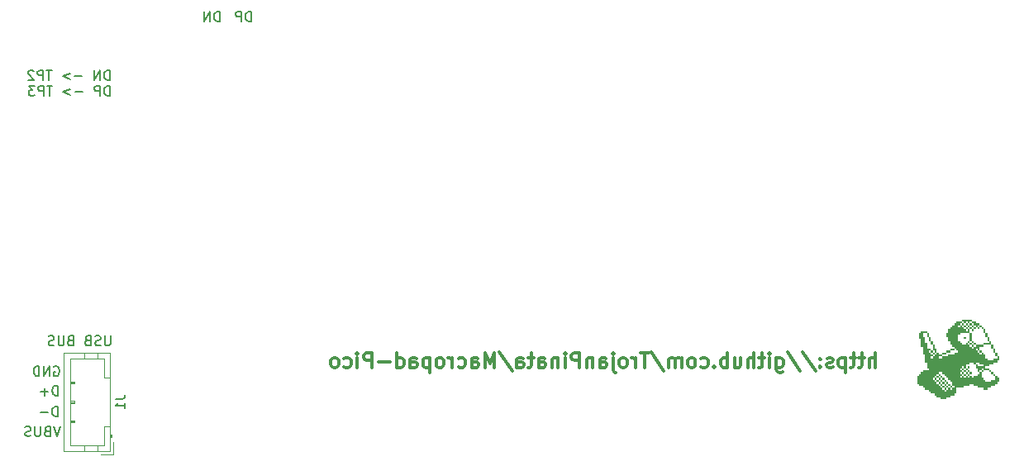
<source format=gbr>
%TF.GenerationSoftware,KiCad,Pcbnew,7.0.9*%
%TF.CreationDate,2024-08-20T09:52:59-04:00*%
%TF.ProjectId,macropad-pico,6d616372-6f70-4616-942d-7069636f2e6b,rev?*%
%TF.SameCoordinates,Original*%
%TF.FileFunction,Legend,Bot*%
%TF.FilePolarity,Positive*%
%FSLAX46Y46*%
G04 Gerber Fmt 4.6, Leading zero omitted, Abs format (unit mm)*
G04 Created by KiCad (PCBNEW 7.0.9) date 2024-08-20 09:52:59*
%MOMM*%
%LPD*%
G01*
G04 APERTURE LIST*
%ADD10C,0.150000*%
%ADD11C,0.300000*%
%ADD12C,0.120000*%
G04 APERTURE END LIST*
D10*
X127006220Y-71606819D02*
X127006220Y-72416342D01*
X127006220Y-72416342D02*
X126958601Y-72511580D01*
X126958601Y-72511580D02*
X126910982Y-72559200D01*
X126910982Y-72559200D02*
X126815744Y-72606819D01*
X126815744Y-72606819D02*
X126625268Y-72606819D01*
X126625268Y-72606819D02*
X126530030Y-72559200D01*
X126530030Y-72559200D02*
X126482411Y-72511580D01*
X126482411Y-72511580D02*
X126434792Y-72416342D01*
X126434792Y-72416342D02*
X126434792Y-71606819D01*
X126006220Y-72559200D02*
X125863363Y-72606819D01*
X125863363Y-72606819D02*
X125625268Y-72606819D01*
X125625268Y-72606819D02*
X125530030Y-72559200D01*
X125530030Y-72559200D02*
X125482411Y-72511580D01*
X125482411Y-72511580D02*
X125434792Y-72416342D01*
X125434792Y-72416342D02*
X125434792Y-72321104D01*
X125434792Y-72321104D02*
X125482411Y-72225866D01*
X125482411Y-72225866D02*
X125530030Y-72178247D01*
X125530030Y-72178247D02*
X125625268Y-72130628D01*
X125625268Y-72130628D02*
X125815744Y-72083009D01*
X125815744Y-72083009D02*
X125910982Y-72035390D01*
X125910982Y-72035390D02*
X125958601Y-71987771D01*
X125958601Y-71987771D02*
X126006220Y-71892533D01*
X126006220Y-71892533D02*
X126006220Y-71797295D01*
X126006220Y-71797295D02*
X125958601Y-71702057D01*
X125958601Y-71702057D02*
X125910982Y-71654438D01*
X125910982Y-71654438D02*
X125815744Y-71606819D01*
X125815744Y-71606819D02*
X125577649Y-71606819D01*
X125577649Y-71606819D02*
X125434792Y-71654438D01*
X124672887Y-72083009D02*
X124530030Y-72130628D01*
X124530030Y-72130628D02*
X124482411Y-72178247D01*
X124482411Y-72178247D02*
X124434792Y-72273485D01*
X124434792Y-72273485D02*
X124434792Y-72416342D01*
X124434792Y-72416342D02*
X124482411Y-72511580D01*
X124482411Y-72511580D02*
X124530030Y-72559200D01*
X124530030Y-72559200D02*
X124625268Y-72606819D01*
X124625268Y-72606819D02*
X125006220Y-72606819D01*
X125006220Y-72606819D02*
X125006220Y-71606819D01*
X125006220Y-71606819D02*
X124672887Y-71606819D01*
X124672887Y-71606819D02*
X124577649Y-71654438D01*
X124577649Y-71654438D02*
X124530030Y-71702057D01*
X124530030Y-71702057D02*
X124482411Y-71797295D01*
X124482411Y-71797295D02*
X124482411Y-71892533D01*
X124482411Y-71892533D02*
X124530030Y-71987771D01*
X124530030Y-71987771D02*
X124577649Y-72035390D01*
X124577649Y-72035390D02*
X124672887Y-72083009D01*
X124672887Y-72083009D02*
X125006220Y-72083009D01*
X122910982Y-72083009D02*
X122768125Y-72130628D01*
X122768125Y-72130628D02*
X122720506Y-72178247D01*
X122720506Y-72178247D02*
X122672887Y-72273485D01*
X122672887Y-72273485D02*
X122672887Y-72416342D01*
X122672887Y-72416342D02*
X122720506Y-72511580D01*
X122720506Y-72511580D02*
X122768125Y-72559200D01*
X122768125Y-72559200D02*
X122863363Y-72606819D01*
X122863363Y-72606819D02*
X123244315Y-72606819D01*
X123244315Y-72606819D02*
X123244315Y-71606819D01*
X123244315Y-71606819D02*
X122910982Y-71606819D01*
X122910982Y-71606819D02*
X122815744Y-71654438D01*
X122815744Y-71654438D02*
X122768125Y-71702057D01*
X122768125Y-71702057D02*
X122720506Y-71797295D01*
X122720506Y-71797295D02*
X122720506Y-71892533D01*
X122720506Y-71892533D02*
X122768125Y-71987771D01*
X122768125Y-71987771D02*
X122815744Y-72035390D01*
X122815744Y-72035390D02*
X122910982Y-72083009D01*
X122910982Y-72083009D02*
X123244315Y-72083009D01*
X122244315Y-71606819D02*
X122244315Y-72416342D01*
X122244315Y-72416342D02*
X122196696Y-72511580D01*
X122196696Y-72511580D02*
X122149077Y-72559200D01*
X122149077Y-72559200D02*
X122053839Y-72606819D01*
X122053839Y-72606819D02*
X121863363Y-72606819D01*
X121863363Y-72606819D02*
X121768125Y-72559200D01*
X121768125Y-72559200D02*
X121720506Y-72511580D01*
X121720506Y-72511580D02*
X121672887Y-72416342D01*
X121672887Y-72416342D02*
X121672887Y-71606819D01*
X121244315Y-72559200D02*
X121101458Y-72606819D01*
X121101458Y-72606819D02*
X120863363Y-72606819D01*
X120863363Y-72606819D02*
X120768125Y-72559200D01*
X120768125Y-72559200D02*
X120720506Y-72511580D01*
X120720506Y-72511580D02*
X120672887Y-72416342D01*
X120672887Y-72416342D02*
X120672887Y-72321104D01*
X120672887Y-72321104D02*
X120720506Y-72225866D01*
X120720506Y-72225866D02*
X120768125Y-72178247D01*
X120768125Y-72178247D02*
X120863363Y-72130628D01*
X120863363Y-72130628D02*
X121053839Y-72083009D01*
X121053839Y-72083009D02*
X121149077Y-72035390D01*
X121149077Y-72035390D02*
X121196696Y-71987771D01*
X121196696Y-71987771D02*
X121244315Y-71892533D01*
X121244315Y-71892533D02*
X121244315Y-71797295D01*
X121244315Y-71797295D02*
X121196696Y-71702057D01*
X121196696Y-71702057D02*
X121149077Y-71654438D01*
X121149077Y-71654438D02*
X121053839Y-71606819D01*
X121053839Y-71606819D02*
X120815744Y-71606819D01*
X120815744Y-71606819D02*
X120672887Y-71654438D01*
X141401220Y-39398819D02*
X141401220Y-38398819D01*
X141401220Y-38398819D02*
X141163125Y-38398819D01*
X141163125Y-38398819D02*
X141020268Y-38446438D01*
X141020268Y-38446438D02*
X140925030Y-38541676D01*
X140925030Y-38541676D02*
X140877411Y-38636914D01*
X140877411Y-38636914D02*
X140829792Y-38827390D01*
X140829792Y-38827390D02*
X140829792Y-38970247D01*
X140829792Y-38970247D02*
X140877411Y-39160723D01*
X140877411Y-39160723D02*
X140925030Y-39255961D01*
X140925030Y-39255961D02*
X141020268Y-39351200D01*
X141020268Y-39351200D02*
X141163125Y-39398819D01*
X141163125Y-39398819D02*
X141401220Y-39398819D01*
X140401220Y-39398819D02*
X140401220Y-38398819D01*
X140401220Y-38398819D02*
X140020268Y-38398819D01*
X140020268Y-38398819D02*
X139925030Y-38446438D01*
X139925030Y-38446438D02*
X139877411Y-38494057D01*
X139877411Y-38494057D02*
X139829792Y-38589295D01*
X139829792Y-38589295D02*
X139829792Y-38732152D01*
X139829792Y-38732152D02*
X139877411Y-38827390D01*
X139877411Y-38827390D02*
X139925030Y-38875009D01*
X139925030Y-38875009D02*
X140020268Y-38922628D01*
X140020268Y-38922628D02*
X140401220Y-38922628D01*
X121225411Y-74794438D02*
X121320649Y-74746819D01*
X121320649Y-74746819D02*
X121463506Y-74746819D01*
X121463506Y-74746819D02*
X121606363Y-74794438D01*
X121606363Y-74794438D02*
X121701601Y-74889676D01*
X121701601Y-74889676D02*
X121749220Y-74984914D01*
X121749220Y-74984914D02*
X121796839Y-75175390D01*
X121796839Y-75175390D02*
X121796839Y-75318247D01*
X121796839Y-75318247D02*
X121749220Y-75508723D01*
X121749220Y-75508723D02*
X121701601Y-75603961D01*
X121701601Y-75603961D02*
X121606363Y-75699200D01*
X121606363Y-75699200D02*
X121463506Y-75746819D01*
X121463506Y-75746819D02*
X121368268Y-75746819D01*
X121368268Y-75746819D02*
X121225411Y-75699200D01*
X121225411Y-75699200D02*
X121177792Y-75651580D01*
X121177792Y-75651580D02*
X121177792Y-75318247D01*
X121177792Y-75318247D02*
X121368268Y-75318247D01*
X120749220Y-75746819D02*
X120749220Y-74746819D01*
X120749220Y-74746819D02*
X120177792Y-75746819D01*
X120177792Y-75746819D02*
X120177792Y-74746819D01*
X119701601Y-75746819D02*
X119701601Y-74746819D01*
X119701601Y-74746819D02*
X119463506Y-74746819D01*
X119463506Y-74746819D02*
X119320649Y-74794438D01*
X119320649Y-74794438D02*
X119225411Y-74889676D01*
X119225411Y-74889676D02*
X119177792Y-74984914D01*
X119177792Y-74984914D02*
X119130173Y-75175390D01*
X119130173Y-75175390D02*
X119130173Y-75318247D01*
X119130173Y-75318247D02*
X119177792Y-75508723D01*
X119177792Y-75508723D02*
X119225411Y-75603961D01*
X119225411Y-75603961D02*
X119320649Y-75699200D01*
X119320649Y-75699200D02*
X119463506Y-75746819D01*
X119463506Y-75746819D02*
X119701601Y-75746819D01*
D11*
X205371489Y-74857828D02*
X205371489Y-73357828D01*
X204728632Y-74857828D02*
X204728632Y-74072114D01*
X204728632Y-74072114D02*
X204800060Y-73929257D01*
X204800060Y-73929257D02*
X204942917Y-73857828D01*
X204942917Y-73857828D02*
X205157203Y-73857828D01*
X205157203Y-73857828D02*
X205300060Y-73929257D01*
X205300060Y-73929257D02*
X205371489Y-74000685D01*
X204228631Y-73857828D02*
X203657203Y-73857828D01*
X204014346Y-73357828D02*
X204014346Y-74643542D01*
X204014346Y-74643542D02*
X203942917Y-74786400D01*
X203942917Y-74786400D02*
X203800060Y-74857828D01*
X203800060Y-74857828D02*
X203657203Y-74857828D01*
X203371488Y-73857828D02*
X202800060Y-73857828D01*
X203157203Y-73357828D02*
X203157203Y-74643542D01*
X203157203Y-74643542D02*
X203085774Y-74786400D01*
X203085774Y-74786400D02*
X202942917Y-74857828D01*
X202942917Y-74857828D02*
X202800060Y-74857828D01*
X202300060Y-73857828D02*
X202300060Y-75357828D01*
X202300060Y-73929257D02*
X202157203Y-73857828D01*
X202157203Y-73857828D02*
X201871488Y-73857828D01*
X201871488Y-73857828D02*
X201728631Y-73929257D01*
X201728631Y-73929257D02*
X201657203Y-74000685D01*
X201657203Y-74000685D02*
X201585774Y-74143542D01*
X201585774Y-74143542D02*
X201585774Y-74572114D01*
X201585774Y-74572114D02*
X201657203Y-74714971D01*
X201657203Y-74714971D02*
X201728631Y-74786400D01*
X201728631Y-74786400D02*
X201871488Y-74857828D01*
X201871488Y-74857828D02*
X202157203Y-74857828D01*
X202157203Y-74857828D02*
X202300060Y-74786400D01*
X201014345Y-74786400D02*
X200871488Y-74857828D01*
X200871488Y-74857828D02*
X200585774Y-74857828D01*
X200585774Y-74857828D02*
X200442917Y-74786400D01*
X200442917Y-74786400D02*
X200371488Y-74643542D01*
X200371488Y-74643542D02*
X200371488Y-74572114D01*
X200371488Y-74572114D02*
X200442917Y-74429257D01*
X200442917Y-74429257D02*
X200585774Y-74357828D01*
X200585774Y-74357828D02*
X200800060Y-74357828D01*
X200800060Y-74357828D02*
X200942917Y-74286400D01*
X200942917Y-74286400D02*
X201014345Y-74143542D01*
X201014345Y-74143542D02*
X201014345Y-74072114D01*
X201014345Y-74072114D02*
X200942917Y-73929257D01*
X200942917Y-73929257D02*
X200800060Y-73857828D01*
X200800060Y-73857828D02*
X200585774Y-73857828D01*
X200585774Y-73857828D02*
X200442917Y-73929257D01*
X199728631Y-74714971D02*
X199657202Y-74786400D01*
X199657202Y-74786400D02*
X199728631Y-74857828D01*
X199728631Y-74857828D02*
X199800059Y-74786400D01*
X199800059Y-74786400D02*
X199728631Y-74714971D01*
X199728631Y-74714971D02*
X199728631Y-74857828D01*
X199728631Y-73929257D02*
X199657202Y-74000685D01*
X199657202Y-74000685D02*
X199728631Y-74072114D01*
X199728631Y-74072114D02*
X199800059Y-74000685D01*
X199800059Y-74000685D02*
X199728631Y-73929257D01*
X199728631Y-73929257D02*
X199728631Y-74072114D01*
X197942916Y-73286400D02*
X199228630Y-75214971D01*
X196371487Y-73286400D02*
X197657201Y-75214971D01*
X195228630Y-73857828D02*
X195228630Y-75072114D01*
X195228630Y-75072114D02*
X195300058Y-75214971D01*
X195300058Y-75214971D02*
X195371487Y-75286400D01*
X195371487Y-75286400D02*
X195514344Y-75357828D01*
X195514344Y-75357828D02*
X195728630Y-75357828D01*
X195728630Y-75357828D02*
X195871487Y-75286400D01*
X195228630Y-74786400D02*
X195371487Y-74857828D01*
X195371487Y-74857828D02*
X195657201Y-74857828D01*
X195657201Y-74857828D02*
X195800058Y-74786400D01*
X195800058Y-74786400D02*
X195871487Y-74714971D01*
X195871487Y-74714971D02*
X195942915Y-74572114D01*
X195942915Y-74572114D02*
X195942915Y-74143542D01*
X195942915Y-74143542D02*
X195871487Y-74000685D01*
X195871487Y-74000685D02*
X195800058Y-73929257D01*
X195800058Y-73929257D02*
X195657201Y-73857828D01*
X195657201Y-73857828D02*
X195371487Y-73857828D01*
X195371487Y-73857828D02*
X195228630Y-73929257D01*
X194514344Y-74857828D02*
X194514344Y-73857828D01*
X194514344Y-73357828D02*
X194585772Y-73429257D01*
X194585772Y-73429257D02*
X194514344Y-73500685D01*
X194514344Y-73500685D02*
X194442915Y-73429257D01*
X194442915Y-73429257D02*
X194514344Y-73357828D01*
X194514344Y-73357828D02*
X194514344Y-73500685D01*
X194014343Y-73857828D02*
X193442915Y-73857828D01*
X193800058Y-73357828D02*
X193800058Y-74643542D01*
X193800058Y-74643542D02*
X193728629Y-74786400D01*
X193728629Y-74786400D02*
X193585772Y-74857828D01*
X193585772Y-74857828D02*
X193442915Y-74857828D01*
X192942915Y-74857828D02*
X192942915Y-73357828D01*
X192300058Y-74857828D02*
X192300058Y-74072114D01*
X192300058Y-74072114D02*
X192371486Y-73929257D01*
X192371486Y-73929257D02*
X192514343Y-73857828D01*
X192514343Y-73857828D02*
X192728629Y-73857828D01*
X192728629Y-73857828D02*
X192871486Y-73929257D01*
X192871486Y-73929257D02*
X192942915Y-74000685D01*
X190942915Y-73857828D02*
X190942915Y-74857828D01*
X191585772Y-73857828D02*
X191585772Y-74643542D01*
X191585772Y-74643542D02*
X191514343Y-74786400D01*
X191514343Y-74786400D02*
X191371486Y-74857828D01*
X191371486Y-74857828D02*
X191157200Y-74857828D01*
X191157200Y-74857828D02*
X191014343Y-74786400D01*
X191014343Y-74786400D02*
X190942915Y-74714971D01*
X190228629Y-74857828D02*
X190228629Y-73357828D01*
X190228629Y-73929257D02*
X190085772Y-73857828D01*
X190085772Y-73857828D02*
X189800057Y-73857828D01*
X189800057Y-73857828D02*
X189657200Y-73929257D01*
X189657200Y-73929257D02*
X189585772Y-74000685D01*
X189585772Y-74000685D02*
X189514343Y-74143542D01*
X189514343Y-74143542D02*
X189514343Y-74572114D01*
X189514343Y-74572114D02*
X189585772Y-74714971D01*
X189585772Y-74714971D02*
X189657200Y-74786400D01*
X189657200Y-74786400D02*
X189800057Y-74857828D01*
X189800057Y-74857828D02*
X190085772Y-74857828D01*
X190085772Y-74857828D02*
X190228629Y-74786400D01*
X188871486Y-74714971D02*
X188800057Y-74786400D01*
X188800057Y-74786400D02*
X188871486Y-74857828D01*
X188871486Y-74857828D02*
X188942914Y-74786400D01*
X188942914Y-74786400D02*
X188871486Y-74714971D01*
X188871486Y-74714971D02*
X188871486Y-74857828D01*
X187514343Y-74786400D02*
X187657200Y-74857828D01*
X187657200Y-74857828D02*
X187942914Y-74857828D01*
X187942914Y-74857828D02*
X188085771Y-74786400D01*
X188085771Y-74786400D02*
X188157200Y-74714971D01*
X188157200Y-74714971D02*
X188228628Y-74572114D01*
X188228628Y-74572114D02*
X188228628Y-74143542D01*
X188228628Y-74143542D02*
X188157200Y-74000685D01*
X188157200Y-74000685D02*
X188085771Y-73929257D01*
X188085771Y-73929257D02*
X187942914Y-73857828D01*
X187942914Y-73857828D02*
X187657200Y-73857828D01*
X187657200Y-73857828D02*
X187514343Y-73929257D01*
X186657200Y-74857828D02*
X186800057Y-74786400D01*
X186800057Y-74786400D02*
X186871486Y-74714971D01*
X186871486Y-74714971D02*
X186942914Y-74572114D01*
X186942914Y-74572114D02*
X186942914Y-74143542D01*
X186942914Y-74143542D02*
X186871486Y-74000685D01*
X186871486Y-74000685D02*
X186800057Y-73929257D01*
X186800057Y-73929257D02*
X186657200Y-73857828D01*
X186657200Y-73857828D02*
X186442914Y-73857828D01*
X186442914Y-73857828D02*
X186300057Y-73929257D01*
X186300057Y-73929257D02*
X186228629Y-74000685D01*
X186228629Y-74000685D02*
X186157200Y-74143542D01*
X186157200Y-74143542D02*
X186157200Y-74572114D01*
X186157200Y-74572114D02*
X186228629Y-74714971D01*
X186228629Y-74714971D02*
X186300057Y-74786400D01*
X186300057Y-74786400D02*
X186442914Y-74857828D01*
X186442914Y-74857828D02*
X186657200Y-74857828D01*
X185514343Y-74857828D02*
X185514343Y-73857828D01*
X185514343Y-74000685D02*
X185442914Y-73929257D01*
X185442914Y-73929257D02*
X185300057Y-73857828D01*
X185300057Y-73857828D02*
X185085771Y-73857828D01*
X185085771Y-73857828D02*
X184942914Y-73929257D01*
X184942914Y-73929257D02*
X184871486Y-74072114D01*
X184871486Y-74072114D02*
X184871486Y-74857828D01*
X184871486Y-74072114D02*
X184800057Y-73929257D01*
X184800057Y-73929257D02*
X184657200Y-73857828D01*
X184657200Y-73857828D02*
X184442914Y-73857828D01*
X184442914Y-73857828D02*
X184300057Y-73929257D01*
X184300057Y-73929257D02*
X184228628Y-74072114D01*
X184228628Y-74072114D02*
X184228628Y-74857828D01*
X182442914Y-73286400D02*
X183728628Y-75214971D01*
X182157199Y-73357828D02*
X181300057Y-73357828D01*
X181728628Y-74857828D02*
X181728628Y-73357828D01*
X180800057Y-74857828D02*
X180800057Y-73857828D01*
X180800057Y-74143542D02*
X180728628Y-74000685D01*
X180728628Y-74000685D02*
X180657200Y-73929257D01*
X180657200Y-73929257D02*
X180514342Y-73857828D01*
X180514342Y-73857828D02*
X180371485Y-73857828D01*
X179657200Y-74857828D02*
X179800057Y-74786400D01*
X179800057Y-74786400D02*
X179871486Y-74714971D01*
X179871486Y-74714971D02*
X179942914Y-74572114D01*
X179942914Y-74572114D02*
X179942914Y-74143542D01*
X179942914Y-74143542D02*
X179871486Y-74000685D01*
X179871486Y-74000685D02*
X179800057Y-73929257D01*
X179800057Y-73929257D02*
X179657200Y-73857828D01*
X179657200Y-73857828D02*
X179442914Y-73857828D01*
X179442914Y-73857828D02*
X179300057Y-73929257D01*
X179300057Y-73929257D02*
X179228629Y-74000685D01*
X179228629Y-74000685D02*
X179157200Y-74143542D01*
X179157200Y-74143542D02*
X179157200Y-74572114D01*
X179157200Y-74572114D02*
X179228629Y-74714971D01*
X179228629Y-74714971D02*
X179300057Y-74786400D01*
X179300057Y-74786400D02*
X179442914Y-74857828D01*
X179442914Y-74857828D02*
X179657200Y-74857828D01*
X178514343Y-73857828D02*
X178514343Y-75143542D01*
X178514343Y-75143542D02*
X178585771Y-75286400D01*
X178585771Y-75286400D02*
X178728628Y-75357828D01*
X178728628Y-75357828D02*
X178800057Y-75357828D01*
X178514343Y-73357828D02*
X178585771Y-73429257D01*
X178585771Y-73429257D02*
X178514343Y-73500685D01*
X178514343Y-73500685D02*
X178442914Y-73429257D01*
X178442914Y-73429257D02*
X178514343Y-73357828D01*
X178514343Y-73357828D02*
X178514343Y-73500685D01*
X177157200Y-74857828D02*
X177157200Y-74072114D01*
X177157200Y-74072114D02*
X177228628Y-73929257D01*
X177228628Y-73929257D02*
X177371485Y-73857828D01*
X177371485Y-73857828D02*
X177657200Y-73857828D01*
X177657200Y-73857828D02*
X177800057Y-73929257D01*
X177157200Y-74786400D02*
X177300057Y-74857828D01*
X177300057Y-74857828D02*
X177657200Y-74857828D01*
X177657200Y-74857828D02*
X177800057Y-74786400D01*
X177800057Y-74786400D02*
X177871485Y-74643542D01*
X177871485Y-74643542D02*
X177871485Y-74500685D01*
X177871485Y-74500685D02*
X177800057Y-74357828D01*
X177800057Y-74357828D02*
X177657200Y-74286400D01*
X177657200Y-74286400D02*
X177300057Y-74286400D01*
X177300057Y-74286400D02*
X177157200Y-74214971D01*
X176442914Y-73857828D02*
X176442914Y-74857828D01*
X176442914Y-74000685D02*
X176371485Y-73929257D01*
X176371485Y-73929257D02*
X176228628Y-73857828D01*
X176228628Y-73857828D02*
X176014342Y-73857828D01*
X176014342Y-73857828D02*
X175871485Y-73929257D01*
X175871485Y-73929257D02*
X175800057Y-74072114D01*
X175800057Y-74072114D02*
X175800057Y-74857828D01*
X175085771Y-74857828D02*
X175085771Y-73357828D01*
X175085771Y-73357828D02*
X174514342Y-73357828D01*
X174514342Y-73357828D02*
X174371485Y-73429257D01*
X174371485Y-73429257D02*
X174300056Y-73500685D01*
X174300056Y-73500685D02*
X174228628Y-73643542D01*
X174228628Y-73643542D02*
X174228628Y-73857828D01*
X174228628Y-73857828D02*
X174300056Y-74000685D01*
X174300056Y-74000685D02*
X174371485Y-74072114D01*
X174371485Y-74072114D02*
X174514342Y-74143542D01*
X174514342Y-74143542D02*
X175085771Y-74143542D01*
X173585771Y-74857828D02*
X173585771Y-73857828D01*
X173585771Y-73357828D02*
X173657199Y-73429257D01*
X173657199Y-73429257D02*
X173585771Y-73500685D01*
X173585771Y-73500685D02*
X173514342Y-73429257D01*
X173514342Y-73429257D02*
X173585771Y-73357828D01*
X173585771Y-73357828D02*
X173585771Y-73500685D01*
X172871485Y-73857828D02*
X172871485Y-74857828D01*
X172871485Y-74000685D02*
X172800056Y-73929257D01*
X172800056Y-73929257D02*
X172657199Y-73857828D01*
X172657199Y-73857828D02*
X172442913Y-73857828D01*
X172442913Y-73857828D02*
X172300056Y-73929257D01*
X172300056Y-73929257D02*
X172228628Y-74072114D01*
X172228628Y-74072114D02*
X172228628Y-74857828D01*
X170871485Y-74857828D02*
X170871485Y-74072114D01*
X170871485Y-74072114D02*
X170942913Y-73929257D01*
X170942913Y-73929257D02*
X171085770Y-73857828D01*
X171085770Y-73857828D02*
X171371485Y-73857828D01*
X171371485Y-73857828D02*
X171514342Y-73929257D01*
X170871485Y-74786400D02*
X171014342Y-74857828D01*
X171014342Y-74857828D02*
X171371485Y-74857828D01*
X171371485Y-74857828D02*
X171514342Y-74786400D01*
X171514342Y-74786400D02*
X171585770Y-74643542D01*
X171585770Y-74643542D02*
X171585770Y-74500685D01*
X171585770Y-74500685D02*
X171514342Y-74357828D01*
X171514342Y-74357828D02*
X171371485Y-74286400D01*
X171371485Y-74286400D02*
X171014342Y-74286400D01*
X171014342Y-74286400D02*
X170871485Y-74214971D01*
X170371484Y-73857828D02*
X169800056Y-73857828D01*
X170157199Y-73357828D02*
X170157199Y-74643542D01*
X170157199Y-74643542D02*
X170085770Y-74786400D01*
X170085770Y-74786400D02*
X169942913Y-74857828D01*
X169942913Y-74857828D02*
X169800056Y-74857828D01*
X168657199Y-74857828D02*
X168657199Y-74072114D01*
X168657199Y-74072114D02*
X168728627Y-73929257D01*
X168728627Y-73929257D02*
X168871484Y-73857828D01*
X168871484Y-73857828D02*
X169157199Y-73857828D01*
X169157199Y-73857828D02*
X169300056Y-73929257D01*
X168657199Y-74786400D02*
X168800056Y-74857828D01*
X168800056Y-74857828D02*
X169157199Y-74857828D01*
X169157199Y-74857828D02*
X169300056Y-74786400D01*
X169300056Y-74786400D02*
X169371484Y-74643542D01*
X169371484Y-74643542D02*
X169371484Y-74500685D01*
X169371484Y-74500685D02*
X169300056Y-74357828D01*
X169300056Y-74357828D02*
X169157199Y-74286400D01*
X169157199Y-74286400D02*
X168800056Y-74286400D01*
X168800056Y-74286400D02*
X168657199Y-74214971D01*
X166871484Y-73286400D02*
X168157198Y-75214971D01*
X166371484Y-74857828D02*
X166371484Y-73357828D01*
X166371484Y-73357828D02*
X165871484Y-74429257D01*
X165871484Y-74429257D02*
X165371484Y-73357828D01*
X165371484Y-73357828D02*
X165371484Y-74857828D01*
X164014341Y-74857828D02*
X164014341Y-74072114D01*
X164014341Y-74072114D02*
X164085769Y-73929257D01*
X164085769Y-73929257D02*
X164228626Y-73857828D01*
X164228626Y-73857828D02*
X164514341Y-73857828D01*
X164514341Y-73857828D02*
X164657198Y-73929257D01*
X164014341Y-74786400D02*
X164157198Y-74857828D01*
X164157198Y-74857828D02*
X164514341Y-74857828D01*
X164514341Y-74857828D02*
X164657198Y-74786400D01*
X164657198Y-74786400D02*
X164728626Y-74643542D01*
X164728626Y-74643542D02*
X164728626Y-74500685D01*
X164728626Y-74500685D02*
X164657198Y-74357828D01*
X164657198Y-74357828D02*
X164514341Y-74286400D01*
X164514341Y-74286400D02*
X164157198Y-74286400D01*
X164157198Y-74286400D02*
X164014341Y-74214971D01*
X162657198Y-74786400D02*
X162800055Y-74857828D01*
X162800055Y-74857828D02*
X163085769Y-74857828D01*
X163085769Y-74857828D02*
X163228626Y-74786400D01*
X163228626Y-74786400D02*
X163300055Y-74714971D01*
X163300055Y-74714971D02*
X163371483Y-74572114D01*
X163371483Y-74572114D02*
X163371483Y-74143542D01*
X163371483Y-74143542D02*
X163300055Y-74000685D01*
X163300055Y-74000685D02*
X163228626Y-73929257D01*
X163228626Y-73929257D02*
X163085769Y-73857828D01*
X163085769Y-73857828D02*
X162800055Y-73857828D01*
X162800055Y-73857828D02*
X162657198Y-73929257D01*
X162014341Y-74857828D02*
X162014341Y-73857828D01*
X162014341Y-74143542D02*
X161942912Y-74000685D01*
X161942912Y-74000685D02*
X161871484Y-73929257D01*
X161871484Y-73929257D02*
X161728626Y-73857828D01*
X161728626Y-73857828D02*
X161585769Y-73857828D01*
X160871484Y-74857828D02*
X161014341Y-74786400D01*
X161014341Y-74786400D02*
X161085770Y-74714971D01*
X161085770Y-74714971D02*
X161157198Y-74572114D01*
X161157198Y-74572114D02*
X161157198Y-74143542D01*
X161157198Y-74143542D02*
X161085770Y-74000685D01*
X161085770Y-74000685D02*
X161014341Y-73929257D01*
X161014341Y-73929257D02*
X160871484Y-73857828D01*
X160871484Y-73857828D02*
X160657198Y-73857828D01*
X160657198Y-73857828D02*
X160514341Y-73929257D01*
X160514341Y-73929257D02*
X160442913Y-74000685D01*
X160442913Y-74000685D02*
X160371484Y-74143542D01*
X160371484Y-74143542D02*
X160371484Y-74572114D01*
X160371484Y-74572114D02*
X160442913Y-74714971D01*
X160442913Y-74714971D02*
X160514341Y-74786400D01*
X160514341Y-74786400D02*
X160657198Y-74857828D01*
X160657198Y-74857828D02*
X160871484Y-74857828D01*
X159728627Y-73857828D02*
X159728627Y-75357828D01*
X159728627Y-73929257D02*
X159585770Y-73857828D01*
X159585770Y-73857828D02*
X159300055Y-73857828D01*
X159300055Y-73857828D02*
X159157198Y-73929257D01*
X159157198Y-73929257D02*
X159085770Y-74000685D01*
X159085770Y-74000685D02*
X159014341Y-74143542D01*
X159014341Y-74143542D02*
X159014341Y-74572114D01*
X159014341Y-74572114D02*
X159085770Y-74714971D01*
X159085770Y-74714971D02*
X159157198Y-74786400D01*
X159157198Y-74786400D02*
X159300055Y-74857828D01*
X159300055Y-74857828D02*
X159585770Y-74857828D01*
X159585770Y-74857828D02*
X159728627Y-74786400D01*
X157728627Y-74857828D02*
X157728627Y-74072114D01*
X157728627Y-74072114D02*
X157800055Y-73929257D01*
X157800055Y-73929257D02*
X157942912Y-73857828D01*
X157942912Y-73857828D02*
X158228627Y-73857828D01*
X158228627Y-73857828D02*
X158371484Y-73929257D01*
X157728627Y-74786400D02*
X157871484Y-74857828D01*
X157871484Y-74857828D02*
X158228627Y-74857828D01*
X158228627Y-74857828D02*
X158371484Y-74786400D01*
X158371484Y-74786400D02*
X158442912Y-74643542D01*
X158442912Y-74643542D02*
X158442912Y-74500685D01*
X158442912Y-74500685D02*
X158371484Y-74357828D01*
X158371484Y-74357828D02*
X158228627Y-74286400D01*
X158228627Y-74286400D02*
X157871484Y-74286400D01*
X157871484Y-74286400D02*
X157728627Y-74214971D01*
X156371484Y-74857828D02*
X156371484Y-73357828D01*
X156371484Y-74786400D02*
X156514341Y-74857828D01*
X156514341Y-74857828D02*
X156800055Y-74857828D01*
X156800055Y-74857828D02*
X156942912Y-74786400D01*
X156942912Y-74786400D02*
X157014341Y-74714971D01*
X157014341Y-74714971D02*
X157085769Y-74572114D01*
X157085769Y-74572114D02*
X157085769Y-74143542D01*
X157085769Y-74143542D02*
X157014341Y-74000685D01*
X157014341Y-74000685D02*
X156942912Y-73929257D01*
X156942912Y-73929257D02*
X156800055Y-73857828D01*
X156800055Y-73857828D02*
X156514341Y-73857828D01*
X156514341Y-73857828D02*
X156371484Y-73929257D01*
X155657198Y-74286400D02*
X154514341Y-74286400D01*
X153800055Y-74857828D02*
X153800055Y-73357828D01*
X153800055Y-73357828D02*
X153228626Y-73357828D01*
X153228626Y-73357828D02*
X153085769Y-73429257D01*
X153085769Y-73429257D02*
X153014340Y-73500685D01*
X153014340Y-73500685D02*
X152942912Y-73643542D01*
X152942912Y-73643542D02*
X152942912Y-73857828D01*
X152942912Y-73857828D02*
X153014340Y-74000685D01*
X153014340Y-74000685D02*
X153085769Y-74072114D01*
X153085769Y-74072114D02*
X153228626Y-74143542D01*
X153228626Y-74143542D02*
X153800055Y-74143542D01*
X152300055Y-74857828D02*
X152300055Y-73857828D01*
X152300055Y-73357828D02*
X152371483Y-73429257D01*
X152371483Y-73429257D02*
X152300055Y-73500685D01*
X152300055Y-73500685D02*
X152228626Y-73429257D01*
X152228626Y-73429257D02*
X152300055Y-73357828D01*
X152300055Y-73357828D02*
X152300055Y-73500685D01*
X150942912Y-74786400D02*
X151085769Y-74857828D01*
X151085769Y-74857828D02*
X151371483Y-74857828D01*
X151371483Y-74857828D02*
X151514340Y-74786400D01*
X151514340Y-74786400D02*
X151585769Y-74714971D01*
X151585769Y-74714971D02*
X151657197Y-74572114D01*
X151657197Y-74572114D02*
X151657197Y-74143542D01*
X151657197Y-74143542D02*
X151585769Y-74000685D01*
X151585769Y-74000685D02*
X151514340Y-73929257D01*
X151514340Y-73929257D02*
X151371483Y-73857828D01*
X151371483Y-73857828D02*
X151085769Y-73857828D01*
X151085769Y-73857828D02*
X150942912Y-73929257D01*
X150085769Y-74857828D02*
X150228626Y-74786400D01*
X150228626Y-74786400D02*
X150300055Y-74714971D01*
X150300055Y-74714971D02*
X150371483Y-74572114D01*
X150371483Y-74572114D02*
X150371483Y-74143542D01*
X150371483Y-74143542D02*
X150300055Y-74000685D01*
X150300055Y-74000685D02*
X150228626Y-73929257D01*
X150228626Y-73929257D02*
X150085769Y-73857828D01*
X150085769Y-73857828D02*
X149871483Y-73857828D01*
X149871483Y-73857828D02*
X149728626Y-73929257D01*
X149728626Y-73929257D02*
X149657198Y-74000685D01*
X149657198Y-74000685D02*
X149585769Y-74143542D01*
X149585769Y-74143542D02*
X149585769Y-74572114D01*
X149585769Y-74572114D02*
X149657198Y-74714971D01*
X149657198Y-74714971D02*
X149728626Y-74786400D01*
X149728626Y-74786400D02*
X149871483Y-74857828D01*
X149871483Y-74857828D02*
X150085769Y-74857828D01*
D10*
X138191220Y-39398819D02*
X138191220Y-38398819D01*
X138191220Y-38398819D02*
X137953125Y-38398819D01*
X137953125Y-38398819D02*
X137810268Y-38446438D01*
X137810268Y-38446438D02*
X137715030Y-38541676D01*
X137715030Y-38541676D02*
X137667411Y-38636914D01*
X137667411Y-38636914D02*
X137619792Y-38827390D01*
X137619792Y-38827390D02*
X137619792Y-38970247D01*
X137619792Y-38970247D02*
X137667411Y-39160723D01*
X137667411Y-39160723D02*
X137715030Y-39255961D01*
X137715030Y-39255961D02*
X137810268Y-39351200D01*
X137810268Y-39351200D02*
X137953125Y-39398819D01*
X137953125Y-39398819D02*
X138191220Y-39398819D01*
X137191220Y-39398819D02*
X137191220Y-38398819D01*
X137191220Y-38398819D02*
X136619792Y-39398819D01*
X136619792Y-39398819D02*
X136619792Y-38398819D01*
X126927220Y-45417819D02*
X126927220Y-44417819D01*
X126927220Y-44417819D02*
X126689125Y-44417819D01*
X126689125Y-44417819D02*
X126546268Y-44465438D01*
X126546268Y-44465438D02*
X126451030Y-44560676D01*
X126451030Y-44560676D02*
X126403411Y-44655914D01*
X126403411Y-44655914D02*
X126355792Y-44846390D01*
X126355792Y-44846390D02*
X126355792Y-44989247D01*
X126355792Y-44989247D02*
X126403411Y-45179723D01*
X126403411Y-45179723D02*
X126451030Y-45274961D01*
X126451030Y-45274961D02*
X126546268Y-45370200D01*
X126546268Y-45370200D02*
X126689125Y-45417819D01*
X126689125Y-45417819D02*
X126927220Y-45417819D01*
X125927220Y-45417819D02*
X125927220Y-44417819D01*
X125927220Y-44417819D02*
X125355792Y-45417819D01*
X125355792Y-45417819D02*
X125355792Y-44417819D01*
X124117696Y-45036866D02*
X123355792Y-45036866D01*
X122879601Y-44751152D02*
X122117697Y-45036866D01*
X122117697Y-45036866D02*
X122879601Y-45322580D01*
X121022458Y-44417819D02*
X120451030Y-44417819D01*
X120736744Y-45417819D02*
X120736744Y-44417819D01*
X120117696Y-45417819D02*
X120117696Y-44417819D01*
X120117696Y-44417819D02*
X119736744Y-44417819D01*
X119736744Y-44417819D02*
X119641506Y-44465438D01*
X119641506Y-44465438D02*
X119593887Y-44513057D01*
X119593887Y-44513057D02*
X119546268Y-44608295D01*
X119546268Y-44608295D02*
X119546268Y-44751152D01*
X119546268Y-44751152D02*
X119593887Y-44846390D01*
X119593887Y-44846390D02*
X119641506Y-44894009D01*
X119641506Y-44894009D02*
X119736744Y-44941628D01*
X119736744Y-44941628D02*
X120117696Y-44941628D01*
X119165315Y-44513057D02*
X119117696Y-44465438D01*
X119117696Y-44465438D02*
X119022458Y-44417819D01*
X119022458Y-44417819D02*
X118784363Y-44417819D01*
X118784363Y-44417819D02*
X118689125Y-44465438D01*
X118689125Y-44465438D02*
X118641506Y-44513057D01*
X118641506Y-44513057D02*
X118593887Y-44608295D01*
X118593887Y-44608295D02*
X118593887Y-44703533D01*
X118593887Y-44703533D02*
X118641506Y-44846390D01*
X118641506Y-44846390D02*
X119212934Y-45417819D01*
X119212934Y-45417819D02*
X118593887Y-45417819D01*
X126927220Y-47027819D02*
X126927220Y-46027819D01*
X126927220Y-46027819D02*
X126689125Y-46027819D01*
X126689125Y-46027819D02*
X126546268Y-46075438D01*
X126546268Y-46075438D02*
X126451030Y-46170676D01*
X126451030Y-46170676D02*
X126403411Y-46265914D01*
X126403411Y-46265914D02*
X126355792Y-46456390D01*
X126355792Y-46456390D02*
X126355792Y-46599247D01*
X126355792Y-46599247D02*
X126403411Y-46789723D01*
X126403411Y-46789723D02*
X126451030Y-46884961D01*
X126451030Y-46884961D02*
X126546268Y-46980200D01*
X126546268Y-46980200D02*
X126689125Y-47027819D01*
X126689125Y-47027819D02*
X126927220Y-47027819D01*
X125927220Y-47027819D02*
X125927220Y-46027819D01*
X125927220Y-46027819D02*
X125546268Y-46027819D01*
X125546268Y-46027819D02*
X125451030Y-46075438D01*
X125451030Y-46075438D02*
X125403411Y-46123057D01*
X125403411Y-46123057D02*
X125355792Y-46218295D01*
X125355792Y-46218295D02*
X125355792Y-46361152D01*
X125355792Y-46361152D02*
X125403411Y-46456390D01*
X125403411Y-46456390D02*
X125451030Y-46504009D01*
X125451030Y-46504009D02*
X125546268Y-46551628D01*
X125546268Y-46551628D02*
X125927220Y-46551628D01*
X124165315Y-46646866D02*
X123403411Y-46646866D01*
X122927220Y-46361152D02*
X122165316Y-46646866D01*
X122165316Y-46646866D02*
X122927220Y-46932580D01*
X121070077Y-46027819D02*
X120498649Y-46027819D01*
X120784363Y-47027819D02*
X120784363Y-46027819D01*
X120165315Y-47027819D02*
X120165315Y-46027819D01*
X120165315Y-46027819D02*
X119784363Y-46027819D01*
X119784363Y-46027819D02*
X119689125Y-46075438D01*
X119689125Y-46075438D02*
X119641506Y-46123057D01*
X119641506Y-46123057D02*
X119593887Y-46218295D01*
X119593887Y-46218295D02*
X119593887Y-46361152D01*
X119593887Y-46361152D02*
X119641506Y-46456390D01*
X119641506Y-46456390D02*
X119689125Y-46504009D01*
X119689125Y-46504009D02*
X119784363Y-46551628D01*
X119784363Y-46551628D02*
X120165315Y-46551628D01*
X119260553Y-46027819D02*
X118641506Y-46027819D01*
X118641506Y-46027819D02*
X118974839Y-46408771D01*
X118974839Y-46408771D02*
X118831982Y-46408771D01*
X118831982Y-46408771D02*
X118736744Y-46456390D01*
X118736744Y-46456390D02*
X118689125Y-46504009D01*
X118689125Y-46504009D02*
X118641506Y-46599247D01*
X118641506Y-46599247D02*
X118641506Y-46837342D01*
X118641506Y-46837342D02*
X118689125Y-46932580D01*
X118689125Y-46932580D02*
X118736744Y-46980200D01*
X118736744Y-46980200D02*
X118831982Y-47027819D01*
X118831982Y-47027819D02*
X119117696Y-47027819D01*
X119117696Y-47027819D02*
X119212934Y-46980200D01*
X119212934Y-46980200D02*
X119260553Y-46932580D01*
X121845077Y-80911819D02*
X121511744Y-81911819D01*
X121511744Y-81911819D02*
X121178411Y-80911819D01*
X120511744Y-81388009D02*
X120368887Y-81435628D01*
X120368887Y-81435628D02*
X120321268Y-81483247D01*
X120321268Y-81483247D02*
X120273649Y-81578485D01*
X120273649Y-81578485D02*
X120273649Y-81721342D01*
X120273649Y-81721342D02*
X120321268Y-81816580D01*
X120321268Y-81816580D02*
X120368887Y-81864200D01*
X120368887Y-81864200D02*
X120464125Y-81911819D01*
X120464125Y-81911819D02*
X120845077Y-81911819D01*
X120845077Y-81911819D02*
X120845077Y-80911819D01*
X120845077Y-80911819D02*
X120511744Y-80911819D01*
X120511744Y-80911819D02*
X120416506Y-80959438D01*
X120416506Y-80959438D02*
X120368887Y-81007057D01*
X120368887Y-81007057D02*
X120321268Y-81102295D01*
X120321268Y-81102295D02*
X120321268Y-81197533D01*
X120321268Y-81197533D02*
X120368887Y-81292771D01*
X120368887Y-81292771D02*
X120416506Y-81340390D01*
X120416506Y-81340390D02*
X120511744Y-81388009D01*
X120511744Y-81388009D02*
X120845077Y-81388009D01*
X119845077Y-80911819D02*
X119845077Y-81721342D01*
X119845077Y-81721342D02*
X119797458Y-81816580D01*
X119797458Y-81816580D02*
X119749839Y-81864200D01*
X119749839Y-81864200D02*
X119654601Y-81911819D01*
X119654601Y-81911819D02*
X119464125Y-81911819D01*
X119464125Y-81911819D02*
X119368887Y-81864200D01*
X119368887Y-81864200D02*
X119321268Y-81816580D01*
X119321268Y-81816580D02*
X119273649Y-81721342D01*
X119273649Y-81721342D02*
X119273649Y-80911819D01*
X118845077Y-81864200D02*
X118702220Y-81911819D01*
X118702220Y-81911819D02*
X118464125Y-81911819D01*
X118464125Y-81911819D02*
X118368887Y-81864200D01*
X118368887Y-81864200D02*
X118321268Y-81816580D01*
X118321268Y-81816580D02*
X118273649Y-81721342D01*
X118273649Y-81721342D02*
X118273649Y-81626104D01*
X118273649Y-81626104D02*
X118321268Y-81530866D01*
X118321268Y-81530866D02*
X118368887Y-81483247D01*
X118368887Y-81483247D02*
X118464125Y-81435628D01*
X118464125Y-81435628D02*
X118654601Y-81388009D01*
X118654601Y-81388009D02*
X118749839Y-81340390D01*
X118749839Y-81340390D02*
X118797458Y-81292771D01*
X118797458Y-81292771D02*
X118845077Y-81197533D01*
X118845077Y-81197533D02*
X118845077Y-81102295D01*
X118845077Y-81102295D02*
X118797458Y-81007057D01*
X118797458Y-81007057D02*
X118749839Y-80959438D01*
X118749839Y-80959438D02*
X118654601Y-80911819D01*
X118654601Y-80911819D02*
X118416506Y-80911819D01*
X118416506Y-80911819D02*
X118273649Y-80959438D01*
X121632220Y-77724819D02*
X121632220Y-76724819D01*
X121632220Y-76724819D02*
X121394125Y-76724819D01*
X121394125Y-76724819D02*
X121251268Y-76772438D01*
X121251268Y-76772438D02*
X121156030Y-76867676D01*
X121156030Y-76867676D02*
X121108411Y-76962914D01*
X121108411Y-76962914D02*
X121060792Y-77153390D01*
X121060792Y-77153390D02*
X121060792Y-77296247D01*
X121060792Y-77296247D02*
X121108411Y-77486723D01*
X121108411Y-77486723D02*
X121156030Y-77581961D01*
X121156030Y-77581961D02*
X121251268Y-77677200D01*
X121251268Y-77677200D02*
X121394125Y-77724819D01*
X121394125Y-77724819D02*
X121632220Y-77724819D01*
X120632220Y-77343866D02*
X119870316Y-77343866D01*
X120251268Y-77724819D02*
X120251268Y-76962914D01*
X121586220Y-79864819D02*
X121586220Y-78864819D01*
X121586220Y-78864819D02*
X121348125Y-78864819D01*
X121348125Y-78864819D02*
X121205268Y-78912438D01*
X121205268Y-78912438D02*
X121110030Y-79007676D01*
X121110030Y-79007676D02*
X121062411Y-79102914D01*
X121062411Y-79102914D02*
X121014792Y-79293390D01*
X121014792Y-79293390D02*
X121014792Y-79436247D01*
X121014792Y-79436247D02*
X121062411Y-79626723D01*
X121062411Y-79626723D02*
X121110030Y-79721961D01*
X121110030Y-79721961D02*
X121205268Y-79817200D01*
X121205268Y-79817200D02*
X121348125Y-79864819D01*
X121348125Y-79864819D02*
X121586220Y-79864819D01*
X120586220Y-79483866D02*
X119824316Y-79483866D01*
X127516819Y-78068666D02*
X128231104Y-78068666D01*
X128231104Y-78068666D02*
X128373961Y-78021047D01*
X128373961Y-78021047D02*
X128469200Y-77925809D01*
X128469200Y-77925809D02*
X128516819Y-77782952D01*
X128516819Y-77782952D02*
X128516819Y-77687714D01*
X128516819Y-79068666D02*
X128516819Y-78497238D01*
X128516819Y-78782952D02*
X127516819Y-78782952D01*
X127516819Y-78782952D02*
X127659676Y-78687714D01*
X127659676Y-78687714D02*
X127754914Y-78592476D01*
X127754914Y-78592476D02*
X127802533Y-78497238D01*
%TO.C,G\u002A\u002A\u002A*%
G36*
X216456280Y-75237591D02*
G01*
X216456280Y-75337641D01*
X216356231Y-75337641D01*
X216256182Y-75337641D01*
X216256182Y-75237591D01*
X216256182Y-75137542D01*
X216356231Y-75137542D01*
X216456280Y-75137542D01*
X216456280Y-75237591D01*
G37*
G36*
X216256182Y-73236607D02*
G01*
X216256182Y-73336656D01*
X216156133Y-73336656D01*
X216056084Y-73336656D01*
X216056084Y-73236607D01*
X216056084Y-73136557D01*
X216156133Y-73136557D01*
X216256182Y-73136557D01*
X216256182Y-73236607D01*
G37*
G36*
X216056084Y-70835425D02*
G01*
X216056084Y-70935474D01*
X215956034Y-70935474D01*
X215855985Y-70935474D01*
X215855985Y-70835425D01*
X215855985Y-70735376D01*
X215956034Y-70735376D01*
X216056084Y-70735376D01*
X216056084Y-70835425D01*
G37*
G36*
X215055591Y-74837394D02*
G01*
X215055591Y-74937444D01*
X214955542Y-74937444D01*
X214855493Y-74937444D01*
X214855493Y-74837394D01*
X214855493Y-74737345D01*
X214955542Y-74737345D01*
X215055591Y-74737345D01*
X215055591Y-74837394D01*
G37*
G36*
X214655394Y-71835917D02*
G01*
X214655394Y-71935966D01*
X214555345Y-71935966D01*
X214455296Y-71935966D01*
X214455296Y-71835917D01*
X214455296Y-71735868D01*
X214555345Y-71735868D01*
X214655394Y-71735868D01*
X214655394Y-71835917D01*
G37*
G36*
X213454803Y-73036508D02*
G01*
X213454803Y-73136557D01*
X213254705Y-73136557D01*
X213054606Y-73136557D01*
X213054606Y-73036508D01*
X213054606Y-72936459D01*
X213254705Y-72936459D01*
X213454803Y-72936459D01*
X213454803Y-73036508D01*
G37*
G36*
X213054606Y-73236607D02*
G01*
X213054606Y-73336656D01*
X212854508Y-73336656D01*
X212654409Y-73336656D01*
X212654409Y-73236607D01*
X212654409Y-73136557D01*
X212854508Y-73136557D01*
X213054606Y-73136557D01*
X213054606Y-73236607D01*
G37*
G36*
X211854016Y-75837887D02*
G01*
X211854016Y-75937936D01*
X211753966Y-75937936D01*
X211653917Y-75937936D01*
X211653917Y-75837887D01*
X211653917Y-75737837D01*
X211753966Y-75737837D01*
X211854016Y-75737837D01*
X211854016Y-75837887D01*
G37*
G36*
X211353769Y-73336656D02*
G01*
X211453819Y-73336656D01*
X211453819Y-73436705D01*
X211453819Y-73536754D01*
X211353769Y-73536754D01*
X211253720Y-73536754D01*
X211253720Y-73436705D01*
X211253720Y-73336656D01*
X211353769Y-73336656D01*
G37*
G36*
X211253720Y-73236607D02*
G01*
X211253720Y-73336656D01*
X211153671Y-73336656D01*
X211053622Y-73336656D01*
X211053622Y-73236607D01*
X211053622Y-73136557D01*
X211153671Y-73136557D01*
X211253720Y-73136557D01*
X211253720Y-73236607D01*
G37*
G36*
X212554360Y-76538231D02*
G01*
X212654409Y-76538231D01*
X212654409Y-76638281D01*
X212654409Y-76738330D01*
X212554360Y-76738330D01*
X212454311Y-76738330D01*
X212454311Y-76638281D01*
X212454311Y-76538231D01*
X212554360Y-76538231D01*
G37*
G36*
X212354262Y-76338133D02*
G01*
X212454311Y-76338133D01*
X212454311Y-76438182D01*
X212454311Y-76538231D01*
X212354262Y-76538231D01*
X212254213Y-76538231D01*
X212254213Y-76438182D01*
X212254213Y-76338133D01*
X212354262Y-76338133D01*
G37*
G36*
X212154163Y-76138034D02*
G01*
X212254213Y-76138034D01*
X212254213Y-76238084D01*
X212254213Y-76338133D01*
X212154163Y-76338133D01*
X212054114Y-76338133D01*
X212054114Y-76238084D01*
X212054114Y-76138034D01*
X212154163Y-76138034D01*
G37*
G36*
X212054114Y-76037985D02*
G01*
X212054114Y-76138034D01*
X211954065Y-76138034D01*
X211854016Y-76138034D01*
X211854016Y-76037985D01*
X211854016Y-75937936D01*
X211954065Y-75937936D01*
X212054114Y-75937936D01*
X212054114Y-76037985D01*
G37*
G36*
X215355739Y-72136065D02*
G01*
X215455788Y-72136065D01*
X215455788Y-72236114D01*
X215455788Y-72336163D01*
X215355739Y-72336163D01*
X215255690Y-72336163D01*
X215255690Y-72436213D01*
X215255690Y-72536262D01*
X215355739Y-72536262D01*
X215455788Y-72536262D01*
X215455788Y-72436213D01*
X215455788Y-72336163D01*
X215555837Y-72336163D01*
X215655887Y-72336163D01*
X215655887Y-72436213D01*
X215655887Y-72536262D01*
X215555837Y-72536262D01*
X215455788Y-72536262D01*
X215455788Y-72636311D01*
X215455788Y-72736360D01*
X215355739Y-72736360D01*
X215255690Y-72736360D01*
X215255690Y-72636311D01*
X215255690Y-72536262D01*
X215155640Y-72536262D01*
X215055591Y-72536262D01*
X215055591Y-72436213D01*
X215055591Y-72336163D01*
X215155640Y-72336163D01*
X215255690Y-72336163D01*
X215255690Y-72236114D01*
X215255690Y-72136065D01*
X215355739Y-72136065D01*
G37*
G36*
X215055591Y-72236114D02*
G01*
X215055591Y-72336163D01*
X214955542Y-72336163D01*
X214855493Y-72336163D01*
X214855493Y-72236114D01*
X214855493Y-72136065D01*
X214955542Y-72136065D01*
X215055591Y-72136065D01*
X215055591Y-72236114D01*
G37*
G36*
X215255690Y-71735868D02*
G01*
X215255690Y-72136065D01*
X215155640Y-72136065D01*
X215055591Y-72136065D01*
X215055591Y-71735868D01*
X215055591Y-71335671D01*
X215155640Y-71335671D01*
X215255690Y-71335671D01*
X215255690Y-71735868D01*
G37*
G36*
X213154656Y-76738330D02*
G01*
X213254705Y-76738330D01*
X213254705Y-76838379D01*
X213254705Y-76938428D01*
X213154656Y-76938428D01*
X213054606Y-76938428D01*
X213054606Y-76838379D01*
X213054606Y-76738330D01*
X213154656Y-76738330D01*
G37*
G36*
X212954557Y-76538231D02*
G01*
X213054606Y-76538231D01*
X213054606Y-76638281D01*
X213054606Y-76738330D01*
X212954557Y-76738330D01*
X212854508Y-76738330D01*
X212854508Y-76638281D01*
X212854508Y-76538231D01*
X212954557Y-76538231D01*
G37*
G36*
X212754459Y-76338133D02*
G01*
X212854508Y-76338133D01*
X212854508Y-76438182D01*
X212854508Y-76538231D01*
X212754459Y-76538231D01*
X212654409Y-76538231D01*
X212654409Y-76438182D01*
X212654409Y-76338133D01*
X212754459Y-76338133D01*
G37*
G36*
X212554360Y-76138034D02*
G01*
X212654409Y-76138034D01*
X212654409Y-76238084D01*
X212654409Y-76338133D01*
X212554360Y-76338133D01*
X212454311Y-76338133D01*
X212454311Y-76238084D01*
X212454311Y-76138034D01*
X212554360Y-76138034D01*
G37*
G36*
X212354262Y-75937936D02*
G01*
X212454311Y-75937936D01*
X212454311Y-76037985D01*
X212454311Y-76138034D01*
X212354262Y-76138034D01*
X212254213Y-76138034D01*
X212254213Y-76037985D01*
X212254213Y-75937936D01*
X212354262Y-75937936D01*
G37*
G36*
X212154163Y-75737837D02*
G01*
X212254213Y-75737837D01*
X212254213Y-75837887D01*
X212254213Y-75937936D01*
X212154163Y-75937936D01*
X212054114Y-75937936D01*
X212054114Y-75837887D01*
X212054114Y-75737837D01*
X212154163Y-75737837D01*
G37*
G36*
X212054114Y-75637788D02*
G01*
X212054114Y-75737837D01*
X211954065Y-75737837D01*
X211854016Y-75737837D01*
X211854016Y-75637788D01*
X211854016Y-75537739D01*
X211954065Y-75537739D01*
X212054114Y-75537739D01*
X212054114Y-75637788D01*
G37*
G36*
X212354262Y-76738330D02*
G01*
X212454311Y-76738330D01*
X212454311Y-76838379D01*
X212454311Y-76938428D01*
X212554360Y-76938428D01*
X212654409Y-76938428D01*
X212654409Y-76838379D01*
X212654409Y-76738330D01*
X212754459Y-76738330D01*
X212854508Y-76738330D01*
X212854508Y-76838379D01*
X212854508Y-76938428D01*
X212754459Y-76938428D01*
X212654409Y-76938428D01*
X212654409Y-77038478D01*
X212654409Y-77138527D01*
X212554360Y-77138527D01*
X212454311Y-77138527D01*
X212454311Y-77038478D01*
X212454311Y-76938428D01*
X212354262Y-76938428D01*
X212254213Y-76938428D01*
X212254213Y-76838379D01*
X212254213Y-76738330D01*
X212354262Y-76738330D01*
G37*
G36*
X212154163Y-76538231D02*
G01*
X212254213Y-76538231D01*
X212254213Y-76638281D01*
X212254213Y-76738330D01*
X212154163Y-76738330D01*
X212054114Y-76738330D01*
X212054114Y-76638281D01*
X212054114Y-76538231D01*
X212154163Y-76538231D01*
G37*
G36*
X211954065Y-76338133D02*
G01*
X212054114Y-76338133D01*
X212054114Y-76438182D01*
X212054114Y-76538231D01*
X211954065Y-76538231D01*
X211854016Y-76538231D01*
X211854016Y-76438182D01*
X211854016Y-76338133D01*
X211954065Y-76338133D01*
G37*
G36*
X211753966Y-76138034D02*
G01*
X211854016Y-76138034D01*
X211854016Y-76238084D01*
X211854016Y-76338133D01*
X211753966Y-76338133D01*
X211653917Y-76338133D01*
X211653917Y-76238084D01*
X211653917Y-76138034D01*
X211753966Y-76138034D01*
G37*
G36*
X211653917Y-76037985D02*
G01*
X211653917Y-76138034D01*
X211553868Y-76138034D01*
X211453819Y-76138034D01*
X211453819Y-76037985D01*
X211453819Y-75937936D01*
X211553868Y-75937936D01*
X211653917Y-75937936D01*
X211653917Y-76037985D01*
G37*
G36*
X214955542Y-75137542D02*
G01*
X215055591Y-75137542D01*
X215055591Y-75237591D01*
X215055591Y-75337641D01*
X214955542Y-75337641D01*
X214855493Y-75337641D01*
X214855493Y-75437690D01*
X214855493Y-75537739D01*
X214755443Y-75537739D01*
X214655394Y-75537739D01*
X214655394Y-75637788D01*
X214655394Y-75737837D01*
X214555345Y-75737837D01*
X214455296Y-75737837D01*
X214455296Y-75637788D01*
X214455296Y-75537739D01*
X214355246Y-75537739D01*
X214255197Y-75537739D01*
X214255197Y-75437690D01*
X214255197Y-75337641D01*
X214355246Y-75337641D01*
X214455296Y-75337641D01*
X214455296Y-75437690D01*
X214455296Y-75537739D01*
X214555345Y-75537739D01*
X214655394Y-75537739D01*
X214655394Y-75437690D01*
X214655394Y-75337641D01*
X214755443Y-75337641D01*
X214855493Y-75337641D01*
X214855493Y-75237591D01*
X214855493Y-75137542D01*
X214955542Y-75137542D01*
G37*
G36*
X214955542Y-75537739D02*
G01*
X215055591Y-75537739D01*
X215055591Y-75637788D01*
X215055591Y-75737837D01*
X214955542Y-75737837D01*
X214855493Y-75737837D01*
X214855493Y-75637788D01*
X214855493Y-75537739D01*
X214955542Y-75537739D01*
G37*
G36*
X215155640Y-75337641D02*
G01*
X215255690Y-75337641D01*
X215255690Y-75437690D01*
X215255690Y-75537739D01*
X215155640Y-75537739D01*
X215055591Y-75537739D01*
X215055591Y-75437690D01*
X215055591Y-75337641D01*
X215155640Y-75337641D01*
G37*
G36*
X214455296Y-75037493D02*
G01*
X214455296Y-75137542D01*
X214555345Y-75137542D01*
X214655394Y-75137542D01*
X214655394Y-75037493D01*
X214655394Y-74937444D01*
X214755443Y-74937444D01*
X214855493Y-74937444D01*
X214855493Y-75037493D01*
X214855493Y-75137542D01*
X214755443Y-75137542D01*
X214655394Y-75137542D01*
X214655394Y-75237591D01*
X214655394Y-75337641D01*
X214555345Y-75337641D01*
X214455296Y-75337641D01*
X214455296Y-75237591D01*
X214455296Y-75137542D01*
X214355246Y-75137542D01*
X214255197Y-75137542D01*
X214255197Y-75037493D01*
X214255197Y-74937444D01*
X214355246Y-74937444D01*
X214455296Y-74937444D01*
X214455296Y-75037493D01*
G37*
G36*
X215355739Y-70935474D02*
G01*
X215455788Y-70935474D01*
X215455788Y-71035523D01*
X215455788Y-71135573D01*
X215355739Y-71135573D01*
X215255690Y-71135573D01*
X215255690Y-71035523D01*
X215255690Y-70935474D01*
X215355739Y-70935474D01*
G37*
G36*
X215355739Y-70535277D02*
G01*
X215455788Y-70535277D01*
X215455788Y-70635326D01*
X215455788Y-70735376D01*
X215355739Y-70735376D01*
X215255690Y-70735376D01*
X215255690Y-70835425D01*
X215255690Y-70935474D01*
X215155640Y-70935474D01*
X215055591Y-70935474D01*
X215055591Y-70835425D01*
X215055591Y-70735376D01*
X215155640Y-70735376D01*
X215255690Y-70735376D01*
X215255690Y-70635326D01*
X215255690Y-70535277D01*
X215355739Y-70535277D01*
G37*
G36*
X214455296Y-70435228D02*
G01*
X214455296Y-70535277D01*
X214555345Y-70535277D01*
X214655394Y-70535277D01*
X214655394Y-70435228D01*
X214655394Y-70335179D01*
X214755443Y-70335179D01*
X214855493Y-70335179D01*
X214855493Y-70435228D01*
X214855493Y-70535277D01*
X214755443Y-70535277D01*
X214655394Y-70535277D01*
X214655394Y-70635326D01*
X214655394Y-70735376D01*
X214755443Y-70735376D01*
X214855493Y-70735376D01*
X214855493Y-70635326D01*
X214855493Y-70535277D01*
X214955542Y-70535277D01*
X215055591Y-70535277D01*
X215055591Y-70435228D01*
X215055591Y-70335179D01*
X215155640Y-70335179D01*
X215255690Y-70335179D01*
X215255690Y-70435228D01*
X215255690Y-70535277D01*
X215155640Y-70535277D01*
X215055591Y-70535277D01*
X215055591Y-70635326D01*
X215055591Y-70735376D01*
X214955542Y-70735376D01*
X214855493Y-70735376D01*
X214855493Y-70835425D01*
X214855493Y-70935474D01*
X214755443Y-70935474D01*
X214655394Y-70935474D01*
X214655394Y-70835425D01*
X214655394Y-70735376D01*
X214555345Y-70735376D01*
X214455296Y-70735376D01*
X214455296Y-70635326D01*
X214455296Y-70535277D01*
X214355246Y-70535277D01*
X214255197Y-70535277D01*
X214255197Y-70435228D01*
X214255197Y-70335179D01*
X214355246Y-70335179D01*
X214455296Y-70335179D01*
X214455296Y-70435228D01*
G37*
G36*
X215555837Y-70735376D02*
G01*
X215655887Y-70735376D01*
X215655887Y-70835425D01*
X215655887Y-70935474D01*
X215555837Y-70935474D01*
X215455788Y-70935474D01*
X215455788Y-70835425D01*
X215455788Y-70735376D01*
X215555837Y-70735376D01*
G37*
G36*
X213654902Y-77238576D02*
G01*
X213654902Y-77538724D01*
X213554853Y-77538724D01*
X213454803Y-77538724D01*
X213454803Y-77638773D01*
X213454803Y-77738822D01*
X213254705Y-77738822D01*
X213054606Y-77738822D01*
X213054606Y-77838871D01*
X213054606Y-77938921D01*
X212854508Y-77938921D01*
X212654409Y-77938921D01*
X212654409Y-78038970D01*
X212654409Y-78139019D01*
X212354262Y-78139019D01*
X212054114Y-78139019D01*
X212054114Y-78038970D01*
X212054114Y-77938921D01*
X211854016Y-77938921D01*
X211653917Y-77938921D01*
X211653917Y-77838871D01*
X211653917Y-77738822D01*
X211553868Y-77738822D01*
X211453819Y-77738822D01*
X211453819Y-77638773D01*
X211453819Y-77538724D01*
X211253720Y-77538724D01*
X211053622Y-77538724D01*
X211053622Y-77438675D01*
X211053622Y-77338625D01*
X210953572Y-77338625D01*
X210853523Y-77338625D01*
X210853523Y-77238576D01*
X210853523Y-77138527D01*
X210653425Y-77138527D01*
X210453326Y-77138527D01*
X210453326Y-77038478D01*
X210453326Y-76938428D01*
X210353277Y-76938428D01*
X210253228Y-76938428D01*
X210253228Y-76838379D01*
X210253228Y-76738330D01*
X210053129Y-76738330D01*
X209853031Y-76738330D01*
X209853031Y-76638281D01*
X209853031Y-76538231D01*
X209752982Y-76538231D01*
X209652932Y-76538231D01*
X209652932Y-76138034D01*
X211253720Y-76138034D01*
X211353769Y-76138034D01*
X211453819Y-76138034D01*
X211453819Y-76238084D01*
X211453819Y-76338133D01*
X211553868Y-76338133D01*
X211653917Y-76338133D01*
X211653917Y-76438182D01*
X211653917Y-76538231D01*
X211753966Y-76538231D01*
X211854016Y-76538231D01*
X211854016Y-76638281D01*
X211854016Y-76738330D01*
X211954065Y-76738330D01*
X212054114Y-76738330D01*
X212054114Y-76838379D01*
X212054114Y-76938428D01*
X212154163Y-76938428D01*
X212254213Y-76938428D01*
X212254213Y-77038478D01*
X212254213Y-77138527D01*
X212354262Y-77138527D01*
X212454311Y-77138527D01*
X212454311Y-77238576D01*
X212454311Y-77338625D01*
X212554360Y-77338625D01*
X212654409Y-77338625D01*
X212654409Y-77238576D01*
X212654409Y-77138527D01*
X212754459Y-77138527D01*
X212854508Y-77138527D01*
X212854508Y-77038478D01*
X212854508Y-76938428D01*
X212954557Y-76938428D01*
X213054606Y-76938428D01*
X213054606Y-77038478D01*
X213054606Y-77138527D01*
X213154656Y-77138527D01*
X213254705Y-77138527D01*
X213254705Y-77038478D01*
X213254705Y-76938428D01*
X213354754Y-76938428D01*
X213454803Y-76938428D01*
X213454803Y-76838379D01*
X213454803Y-76738330D01*
X213354754Y-76738330D01*
X213254705Y-76738330D01*
X213254705Y-76538231D01*
X213254705Y-76338133D01*
X213154656Y-76338133D01*
X213054606Y-76338133D01*
X213054606Y-76238084D01*
X213054606Y-76138034D01*
X212954557Y-76138034D01*
X212854508Y-76138034D01*
X212854508Y-76037985D01*
X212854508Y-75937936D01*
X212754459Y-75937936D01*
X212654409Y-75937936D01*
X212654409Y-75837887D01*
X212654409Y-75737837D01*
X212554360Y-75737837D01*
X212454311Y-75737837D01*
X212454311Y-75637788D01*
X212454311Y-75537739D01*
X212354262Y-75537739D01*
X212254213Y-75537739D01*
X212254213Y-75437690D01*
X212254213Y-75337641D01*
X212054114Y-75337641D01*
X211854016Y-75337641D01*
X211854016Y-75437690D01*
X211854016Y-75537739D01*
X211753966Y-75537739D01*
X211653917Y-75537739D01*
X211653917Y-75637788D01*
X211653917Y-75737837D01*
X211553868Y-75737837D01*
X211453819Y-75737837D01*
X211453819Y-75837887D01*
X211453819Y-75937936D01*
X211353769Y-75937936D01*
X211253720Y-75937936D01*
X211253720Y-76037985D01*
X211253720Y-76138034D01*
X209652932Y-76138034D01*
X209652932Y-75737837D01*
X209752982Y-75737837D01*
X209853031Y-75737837D01*
X209853031Y-75637788D01*
X209853031Y-75537739D01*
X209953080Y-75537739D01*
X210053129Y-75537739D01*
X210053129Y-75437690D01*
X210053129Y-75337641D01*
X210153179Y-75337641D01*
X210253228Y-75337641D01*
X210253228Y-75237591D01*
X210253228Y-75137542D01*
X210553375Y-75137542D01*
X210853523Y-75137542D01*
X210853523Y-75037493D01*
X210853523Y-74937444D01*
X210753474Y-74937444D01*
X210653425Y-74937444D01*
X210653425Y-74637296D01*
X210653425Y-74337148D01*
X210553375Y-74337148D01*
X210453326Y-74337148D01*
X210453326Y-73936951D01*
X210453326Y-73536754D01*
X210353277Y-73536754D01*
X210253228Y-73536754D01*
X210253228Y-73136557D01*
X210253228Y-72736360D01*
X210153179Y-72736360D01*
X210053129Y-72736360D01*
X210053129Y-72336163D01*
X210053129Y-71935966D01*
X209953080Y-71935966D01*
X209853031Y-71935966D01*
X209853031Y-71635819D01*
X209853031Y-71335671D01*
X209953080Y-71335671D01*
X210053129Y-71335671D01*
X210053129Y-71235622D01*
X210053129Y-71135573D01*
X210353277Y-71135573D01*
X210653425Y-71135573D01*
X210653425Y-71235622D01*
X210653425Y-71335671D01*
X210453326Y-71335671D01*
X210253228Y-71335671D01*
X210253228Y-71535770D01*
X210253228Y-71735868D01*
X210353277Y-71735868D01*
X210453326Y-71735868D01*
X210453326Y-72036016D01*
X210453326Y-72336163D01*
X210553375Y-72336163D01*
X210653425Y-72336163D01*
X210653425Y-72636311D01*
X210653425Y-72936459D01*
X210853523Y-72936459D01*
X211053622Y-72936459D01*
X211053622Y-73036508D01*
X211053622Y-73136557D01*
X210953572Y-73136557D01*
X210853523Y-73136557D01*
X210853523Y-73236607D01*
X210853523Y-73336656D01*
X210953572Y-73336656D01*
X211053622Y-73336656D01*
X211053622Y-73436705D01*
X211053622Y-73536754D01*
X211153671Y-73536754D01*
X211253720Y-73536754D01*
X211253720Y-73636804D01*
X211253720Y-73736853D01*
X211153671Y-73736853D01*
X211053622Y-73736853D01*
X211053622Y-73836902D01*
X211053622Y-73936951D01*
X211153671Y-73936951D01*
X211253720Y-73936951D01*
X211253720Y-73836902D01*
X211253720Y-73736853D01*
X211353769Y-73736853D01*
X211453819Y-73736853D01*
X211453819Y-73636804D01*
X211453819Y-73536754D01*
X211553868Y-73536754D01*
X211653917Y-73536754D01*
X211653917Y-73436705D01*
X211653917Y-73336656D01*
X211753966Y-73336656D01*
X211854016Y-73336656D01*
X211854016Y-73436705D01*
X211854016Y-73536754D01*
X212054114Y-73536754D01*
X212254213Y-73536754D01*
X212254213Y-73436705D01*
X212254213Y-73336656D01*
X212454311Y-73336656D01*
X212654409Y-73336656D01*
X212654409Y-73436705D01*
X212654409Y-73536754D01*
X212454311Y-73536754D01*
X212254213Y-73536754D01*
X212254213Y-73636804D01*
X212254213Y-73736853D01*
X212054114Y-73736853D01*
X211854016Y-73736853D01*
X211854016Y-73836902D01*
X211854016Y-73936951D01*
X212054114Y-73936951D01*
X212254213Y-73936951D01*
X212254213Y-73836902D01*
X212254213Y-73736853D01*
X212554360Y-73736853D01*
X212854508Y-73736853D01*
X212854508Y-73636804D01*
X212854508Y-73536754D01*
X213154656Y-73536754D01*
X213454803Y-73536754D01*
X213454803Y-73436705D01*
X213454803Y-73336656D01*
X213654902Y-73336656D01*
X213855000Y-73336656D01*
X213855000Y-73236607D01*
X213855000Y-73136557D01*
X213754951Y-73136557D01*
X213654902Y-73136557D01*
X213654902Y-73036508D01*
X213654902Y-72936459D01*
X213554853Y-72936459D01*
X213454803Y-72936459D01*
X213454803Y-72836410D01*
X213454803Y-72736360D01*
X213354754Y-72736360D01*
X213254705Y-72736360D01*
X213254705Y-72636311D01*
X213254705Y-72536262D01*
X213154656Y-72536262D01*
X213054606Y-72536262D01*
X213054606Y-72336163D01*
X213054606Y-72136065D01*
X212954557Y-72136065D01*
X212854508Y-72136065D01*
X212854508Y-71935966D01*
X212854508Y-71735868D01*
X212754459Y-71735868D01*
X212654409Y-71735868D01*
X212654409Y-71535770D01*
X212654409Y-71335671D01*
X212754459Y-71335671D01*
X212854508Y-71335671D01*
X212854508Y-71135573D01*
X212854508Y-70935474D01*
X212954557Y-70935474D01*
X213054606Y-70935474D01*
X213054606Y-70835425D01*
X213054606Y-70735376D01*
X213154656Y-70735376D01*
X213254705Y-70735376D01*
X213254705Y-70635326D01*
X213254705Y-70535277D01*
X213354754Y-70535277D01*
X213454803Y-70535277D01*
X213454803Y-70435228D01*
X213454803Y-70335179D01*
X213554853Y-70335179D01*
X213654902Y-70335179D01*
X213654902Y-70235129D01*
X213654902Y-70135080D01*
X213955050Y-70135080D01*
X214255197Y-70135080D01*
X214255197Y-70235129D01*
X214255197Y-70335179D01*
X214155148Y-70335179D01*
X214055099Y-70335179D01*
X214055099Y-70435228D01*
X214055099Y-70535277D01*
X213955050Y-70535277D01*
X213855000Y-70535277D01*
X213855000Y-70635326D01*
X213855000Y-70735376D01*
X213955050Y-70735376D01*
X214055099Y-70735376D01*
X214055099Y-70635326D01*
X214055099Y-70535277D01*
X214155148Y-70535277D01*
X214255197Y-70535277D01*
X214255197Y-70635326D01*
X214255197Y-70735376D01*
X214355246Y-70735376D01*
X214455296Y-70735376D01*
X214455296Y-70835425D01*
X214455296Y-70935474D01*
X214555345Y-70935474D01*
X214655394Y-70935474D01*
X214655394Y-71035523D01*
X214655394Y-71135573D01*
X214755443Y-71135573D01*
X214855493Y-71135573D01*
X214855493Y-71035523D01*
X214855493Y-70935474D01*
X214955542Y-70935474D01*
X215055591Y-70935474D01*
X215055591Y-71135573D01*
X215055591Y-71335671D01*
X214555345Y-71335671D01*
X214055099Y-71335671D01*
X214055099Y-71435720D01*
X214055099Y-71535770D01*
X213955050Y-71535770D01*
X213855000Y-71535770D01*
X213855000Y-71835917D01*
X213855000Y-72136065D01*
X213955050Y-72136065D01*
X214055099Y-72136065D01*
X214055099Y-72236114D01*
X214055099Y-72336163D01*
X214155148Y-72336163D01*
X214255197Y-72336163D01*
X214255197Y-72436213D01*
X214255197Y-72536262D01*
X214455296Y-72536262D01*
X214655394Y-72536262D01*
X214655394Y-72436213D01*
X214655394Y-72336163D01*
X214755443Y-72336163D01*
X214855493Y-72336163D01*
X214855493Y-72436213D01*
X214855493Y-72536262D01*
X214955542Y-72536262D01*
X215055591Y-72536262D01*
X215055591Y-72636311D01*
X215055591Y-72736360D01*
X215155640Y-72736360D01*
X215255690Y-72736360D01*
X215255690Y-72836410D01*
X215255690Y-72936459D01*
X215355739Y-72936459D01*
X215455788Y-72936459D01*
X215455788Y-72836410D01*
X215455788Y-72736360D01*
X215555837Y-72736360D01*
X215655887Y-72736360D01*
X215655887Y-72636311D01*
X215655887Y-72536262D01*
X216056084Y-72536262D01*
X216456280Y-72536262D01*
X216456280Y-72636311D01*
X216456280Y-72736360D01*
X216256182Y-72736360D01*
X216056084Y-72736360D01*
X216056084Y-72936459D01*
X216056084Y-73136557D01*
X215956034Y-73136557D01*
X215855985Y-73136557D01*
X215855985Y-73036508D01*
X215855985Y-72936459D01*
X215755936Y-72936459D01*
X215655887Y-72936459D01*
X215655887Y-73036508D01*
X215655887Y-73136557D01*
X215755936Y-73136557D01*
X215855985Y-73136557D01*
X215855985Y-73236607D01*
X215855985Y-73336656D01*
X215956034Y-73336656D01*
X216056084Y-73336656D01*
X216056084Y-73436705D01*
X216056084Y-73536754D01*
X216156133Y-73536754D01*
X216256182Y-73536754D01*
X216256182Y-73436705D01*
X216256182Y-73336656D01*
X216356231Y-73336656D01*
X216456280Y-73336656D01*
X216456280Y-73436705D01*
X216456280Y-73536754D01*
X216556330Y-73536754D01*
X216656379Y-73536754D01*
X216656379Y-73736853D01*
X216656379Y-73936951D01*
X216756428Y-73936951D01*
X216856477Y-73936951D01*
X216856477Y-74037000D01*
X216856477Y-74137050D01*
X217156625Y-74137050D01*
X217456773Y-74137050D01*
X217456773Y-74037000D01*
X217456773Y-73936951D01*
X217656871Y-73936951D01*
X217856970Y-73936951D01*
X217856970Y-73836902D01*
X217856970Y-73736853D01*
X217957019Y-73736853D01*
X218057068Y-73736853D01*
X218057068Y-73936951D01*
X218057068Y-74137050D01*
X217957019Y-74137050D01*
X217856970Y-74137050D01*
X217856970Y-74237099D01*
X217856970Y-74337148D01*
X217656871Y-74337148D01*
X217456773Y-74337148D01*
X217456773Y-74437197D01*
X217456773Y-74537247D01*
X217256674Y-74537247D01*
X217056576Y-74537247D01*
X217056576Y-74637296D01*
X217056576Y-74737345D01*
X216856477Y-74737345D01*
X216656379Y-74737345D01*
X216656379Y-74837394D01*
X216656379Y-74937444D01*
X216856477Y-74937444D01*
X217056576Y-74937444D01*
X217056576Y-75037493D01*
X217056576Y-75137542D01*
X216756428Y-75137542D01*
X216456280Y-75137542D01*
X216456280Y-75037493D01*
X216456280Y-74937444D01*
X216356231Y-74937444D01*
X216256182Y-74937444D01*
X216256182Y-75037493D01*
X216256182Y-75137542D01*
X216156133Y-75137542D01*
X216056084Y-75137542D01*
X216056084Y-75237591D01*
X216056084Y-75337641D01*
X215956034Y-75337641D01*
X215855985Y-75337641D01*
X215855985Y-75137542D01*
X215855985Y-74937444D01*
X215755936Y-74937444D01*
X215655887Y-74937444D01*
X215655887Y-74737345D01*
X215655887Y-74537247D01*
X215755936Y-74537247D01*
X215855985Y-74537247D01*
X215855985Y-74637296D01*
X215855985Y-74737345D01*
X216156133Y-74737345D01*
X216456280Y-74737345D01*
X216456280Y-74637296D01*
X216456280Y-74537247D01*
X216256182Y-74537247D01*
X216056084Y-74537247D01*
X216056084Y-74437197D01*
X216056084Y-74337148D01*
X215855985Y-74337148D01*
X215655887Y-74337148D01*
X215655887Y-74437197D01*
X215655887Y-74537247D01*
X215555837Y-74537247D01*
X215455788Y-74537247D01*
X215455788Y-74437197D01*
X215455788Y-74337148D01*
X215255690Y-74337148D01*
X215055591Y-74337148D01*
X215055591Y-74437197D01*
X215055591Y-74537247D01*
X214855493Y-74537247D01*
X214655394Y-74537247D01*
X214655394Y-74737345D01*
X214655394Y-74937444D01*
X214555345Y-74937444D01*
X214455296Y-74937444D01*
X214455296Y-74837394D01*
X214455296Y-74737345D01*
X214355246Y-74737345D01*
X214255197Y-74737345D01*
X214255197Y-74837394D01*
X214255197Y-74937444D01*
X214155148Y-74937444D01*
X214055099Y-74937444D01*
X214055099Y-75037493D01*
X214055099Y-75137542D01*
X214155148Y-75137542D01*
X214255197Y-75137542D01*
X214255197Y-75237591D01*
X214255197Y-75337641D01*
X214155148Y-75337641D01*
X214055099Y-75337641D01*
X214055099Y-75437690D01*
X214055099Y-75537739D01*
X214155148Y-75537739D01*
X214255197Y-75537739D01*
X214255197Y-75637788D01*
X214255197Y-75737837D01*
X214155148Y-75737837D01*
X214055099Y-75737837D01*
X214055099Y-75837887D01*
X214055099Y-75937936D01*
X214155148Y-75937936D01*
X214255197Y-75937936D01*
X214255197Y-75837887D01*
X214255197Y-75737837D01*
X214355246Y-75737837D01*
X214455296Y-75737837D01*
X214455296Y-75837887D01*
X214455296Y-75937936D01*
X214555345Y-75937936D01*
X214655394Y-75937936D01*
X214655394Y-75837887D01*
X214655394Y-75737837D01*
X214755443Y-75737837D01*
X214855493Y-75737837D01*
X214855493Y-75837887D01*
X214855493Y-75937936D01*
X214955542Y-75937936D01*
X215055591Y-75937936D01*
X215055591Y-75837887D01*
X215055591Y-75737837D01*
X215155640Y-75737837D01*
X215255690Y-75737837D01*
X215255690Y-75837887D01*
X215255690Y-75937936D01*
X215355739Y-75937936D01*
X215455788Y-75937936D01*
X215455788Y-75837887D01*
X215455788Y-75737837D01*
X215655887Y-75737837D01*
X215855985Y-75737837D01*
X215855985Y-75637788D01*
X215855985Y-75537739D01*
X215956034Y-75537739D01*
X216056084Y-75537739D01*
X216056084Y-75437690D01*
X216056084Y-75337641D01*
X216156133Y-75337641D01*
X216256182Y-75337641D01*
X216256182Y-75637788D01*
X216256182Y-75937936D01*
X216356231Y-75937936D01*
X216456280Y-75937936D01*
X216456280Y-76037985D01*
X216456280Y-76138034D01*
X216556330Y-76138034D01*
X216656379Y-76138034D01*
X216656379Y-76238084D01*
X216656379Y-76338133D01*
X216956527Y-76338133D01*
X217256674Y-76338133D01*
X217256674Y-76238084D01*
X217256674Y-76138034D01*
X217456773Y-76138034D01*
X217656871Y-76138034D01*
X217656871Y-75937936D01*
X217656871Y-75737837D01*
X217756921Y-75737837D01*
X217856970Y-75737837D01*
X217856970Y-75837887D01*
X217856970Y-75937936D01*
X217957019Y-75937936D01*
X218057068Y-75937936D01*
X218057068Y-76138034D01*
X218057068Y-76338133D01*
X217957019Y-76338133D01*
X217856970Y-76338133D01*
X217856970Y-76438182D01*
X217856970Y-76538231D01*
X217756921Y-76538231D01*
X217656871Y-76538231D01*
X217656871Y-76638281D01*
X217656871Y-76738330D01*
X217456773Y-76738330D01*
X217256674Y-76738330D01*
X217256674Y-76838379D01*
X217256674Y-76938428D01*
X217056576Y-76938428D01*
X216856477Y-76938428D01*
X216856477Y-77038478D01*
X216856477Y-77138527D01*
X216656379Y-77138527D01*
X216456280Y-77138527D01*
X216456280Y-77038478D01*
X216456280Y-76938428D01*
X216156133Y-76938428D01*
X215855985Y-76938428D01*
X215855985Y-76838379D01*
X215855985Y-76738330D01*
X215655887Y-76738330D01*
X215455788Y-76738330D01*
X215455788Y-76638281D01*
X215455788Y-76538231D01*
X215255690Y-76538231D01*
X215055591Y-76538231D01*
X215055591Y-76638281D01*
X215055591Y-76738330D01*
X214755443Y-76738330D01*
X214455296Y-76738330D01*
X214455296Y-76838379D01*
X214455296Y-76938428D01*
X214055099Y-76938428D01*
X213654902Y-76938428D01*
X213654902Y-77238576D01*
G37*
G36*
X217556822Y-75537739D02*
G01*
X217656871Y-75537739D01*
X217656871Y-75637788D01*
X217656871Y-75737837D01*
X217556822Y-75737837D01*
X217456773Y-75737837D01*
X217456773Y-75637788D01*
X217456773Y-75537739D01*
X217556822Y-75537739D01*
G37*
G36*
X217356724Y-75337641D02*
G01*
X217456773Y-75337641D01*
X217456773Y-75437690D01*
X217456773Y-75537739D01*
X217356724Y-75537739D01*
X217256674Y-75537739D01*
X217256674Y-75437690D01*
X217256674Y-75337641D01*
X217356724Y-75337641D01*
G37*
G36*
X217156625Y-75137542D02*
G01*
X217256674Y-75137542D01*
X217256674Y-75237591D01*
X217256674Y-75337641D01*
X217156625Y-75337641D01*
X217056576Y-75337641D01*
X217056576Y-75237591D01*
X217056576Y-75137542D01*
X217156625Y-75137542D01*
G37*
G36*
X217756921Y-73336656D02*
G01*
X217856970Y-73336656D01*
X217856970Y-73536754D01*
X217856970Y-73736853D01*
X217756921Y-73736853D01*
X217656871Y-73736853D01*
X217656871Y-73536754D01*
X217656871Y-73336656D01*
X217756921Y-73336656D01*
G37*
G36*
X217556822Y-72936459D02*
G01*
X217656871Y-72936459D01*
X217656871Y-73136557D01*
X217656871Y-73336656D01*
X217556822Y-73336656D01*
X217456773Y-73336656D01*
X217456773Y-73136557D01*
X217456773Y-72936459D01*
X217556822Y-72936459D01*
G37*
G36*
X211353769Y-72536262D02*
G01*
X211453819Y-72536262D01*
X211453819Y-72736360D01*
X211453819Y-72936459D01*
X211553868Y-72936459D01*
X211653917Y-72936459D01*
X211653917Y-73136557D01*
X211653917Y-73336656D01*
X211553868Y-73336656D01*
X211453819Y-73336656D01*
X211453819Y-73236607D01*
X211453819Y-73136557D01*
X211353769Y-73136557D01*
X211253720Y-73136557D01*
X211253720Y-72836410D01*
X211253720Y-72536262D01*
X211353769Y-72536262D01*
G37*
G36*
X217356724Y-72536262D02*
G01*
X217456773Y-72536262D01*
X217456773Y-72736360D01*
X217456773Y-72936459D01*
X217356724Y-72936459D01*
X217256674Y-72936459D01*
X217256674Y-72736360D01*
X217256674Y-72536262D01*
X217356724Y-72536262D01*
G37*
G36*
X217156625Y-72136065D02*
G01*
X217256674Y-72136065D01*
X217256674Y-72336163D01*
X217256674Y-72536262D01*
X216856477Y-72536262D01*
X216456280Y-72536262D01*
X216456280Y-72436213D01*
X216456280Y-72336163D01*
X216756428Y-72336163D01*
X217056576Y-72336163D01*
X217056576Y-72236114D01*
X217056576Y-72136065D01*
X217156625Y-72136065D01*
G37*
G36*
X211153671Y-72136065D02*
G01*
X211253720Y-72136065D01*
X211253720Y-72336163D01*
X211253720Y-72536262D01*
X211153671Y-72536262D01*
X211053622Y-72536262D01*
X211053622Y-72336163D01*
X211053622Y-72136065D01*
X211153671Y-72136065D01*
G37*
G36*
X216956527Y-71735868D02*
G01*
X217056576Y-71735868D01*
X217056576Y-71935966D01*
X217056576Y-72136065D01*
X216956527Y-72136065D01*
X216856477Y-72136065D01*
X216856477Y-71935966D01*
X216856477Y-71735868D01*
X216956527Y-71735868D01*
G37*
G36*
X210953572Y-71735868D02*
G01*
X211053622Y-71735868D01*
X211053622Y-71935966D01*
X211053622Y-72136065D01*
X210953572Y-72136065D01*
X210853523Y-72136065D01*
X210853523Y-71935966D01*
X210853523Y-71735868D01*
X210953572Y-71735868D01*
G37*
G36*
X216756428Y-71335671D02*
G01*
X216856477Y-71335671D01*
X216856477Y-71535770D01*
X216856477Y-71735868D01*
X216756428Y-71735868D01*
X216656379Y-71735868D01*
X216656379Y-71535770D01*
X216656379Y-71335671D01*
X216756428Y-71335671D01*
G37*
G36*
X210753474Y-71335671D02*
G01*
X210853523Y-71335671D01*
X210853523Y-71535770D01*
X210853523Y-71735868D01*
X210753474Y-71735868D01*
X210653425Y-71735868D01*
X210653425Y-71535770D01*
X210653425Y-71335671D01*
X210753474Y-71335671D01*
G37*
G36*
X216556330Y-70935474D02*
G01*
X216656379Y-70935474D01*
X216656379Y-71135573D01*
X216656379Y-71335671D01*
X216556330Y-71335671D01*
X216456280Y-71335671D01*
X216456280Y-71135573D01*
X216456280Y-70935474D01*
X216556330Y-70935474D01*
G37*
G36*
X216356231Y-70735376D02*
G01*
X216456280Y-70735376D01*
X216456280Y-70835425D01*
X216456280Y-70935474D01*
X216356231Y-70935474D01*
X216256182Y-70935474D01*
X216256182Y-70835425D01*
X216256182Y-70735376D01*
X216356231Y-70735376D01*
G37*
G36*
X216156133Y-70535277D02*
G01*
X216256182Y-70535277D01*
X216256182Y-70635326D01*
X216256182Y-70735376D01*
X216156133Y-70735376D01*
X216056084Y-70735376D01*
X216056084Y-70635326D01*
X216056084Y-70535277D01*
X216156133Y-70535277D01*
G37*
G36*
X215455788Y-70135080D02*
G01*
X215655887Y-70135080D01*
X215655887Y-70235129D01*
X215655887Y-70335179D01*
X215855985Y-70335179D01*
X216056084Y-70335179D01*
X216056084Y-70435228D01*
X216056084Y-70535277D01*
X215956034Y-70535277D01*
X215855985Y-70535277D01*
X215855985Y-70635326D01*
X215855985Y-70735376D01*
X215755936Y-70735376D01*
X215655887Y-70735376D01*
X215655887Y-70635326D01*
X215655887Y-70535277D01*
X215555837Y-70535277D01*
X215455788Y-70535277D01*
X215455788Y-70435228D01*
X215455788Y-70335179D01*
X215355739Y-70335179D01*
X215255690Y-70335179D01*
X215255690Y-70235129D01*
X215255690Y-70135080D01*
X215455788Y-70135080D01*
G37*
G36*
X215255690Y-70035031D02*
G01*
X215255690Y-70135080D01*
X215155640Y-70135080D01*
X215055591Y-70135080D01*
X215055591Y-70235129D01*
X215055591Y-70335179D01*
X214955542Y-70335179D01*
X214855493Y-70335179D01*
X214855493Y-70235129D01*
X214855493Y-70135080D01*
X214755443Y-70135080D01*
X214655394Y-70135080D01*
X214655394Y-70235129D01*
X214655394Y-70335179D01*
X214555345Y-70335179D01*
X214455296Y-70335179D01*
X214455296Y-70235129D01*
X214455296Y-70135080D01*
X214355246Y-70135080D01*
X214255197Y-70135080D01*
X214255197Y-70035031D01*
X214255197Y-69934982D01*
X214755443Y-69934982D01*
X215255690Y-69934982D01*
X215255690Y-70035031D01*
G37*
D12*
%TO.C,J1*%
X127272000Y-83762000D02*
X126022000Y-83762000D01*
X122252000Y-83462000D02*
X122252000Y-73342000D01*
X124362000Y-83462000D02*
X124362000Y-82852000D01*
X125662000Y-83462000D02*
X125662000Y-82852000D01*
X126972000Y-83462000D02*
X122252000Y-83462000D01*
X122862000Y-82852000D02*
X122862000Y-73952000D01*
X126362000Y-82852000D02*
X122862000Y-82852000D01*
X127272000Y-82512000D02*
X127272000Y-83762000D01*
X127172000Y-82002000D02*
X126972000Y-82002000D01*
X126972000Y-81702000D02*
X127172000Y-81702000D01*
X127072000Y-81702000D02*
X127072000Y-82002000D01*
X127172000Y-81702000D02*
X127172000Y-82002000D01*
X126362000Y-80902000D02*
X126362000Y-82852000D01*
X126972000Y-80902000D02*
X126362000Y-80902000D01*
X122862000Y-80502000D02*
X123362000Y-80502000D01*
X123362000Y-80502000D02*
X123362000Y-80302000D01*
X122862000Y-80402000D02*
X123362000Y-80402000D01*
X123362000Y-80302000D02*
X122862000Y-80302000D01*
X122862000Y-78502000D02*
X123362000Y-78502000D01*
X123362000Y-78502000D02*
X123362000Y-78302000D01*
X122862000Y-78402000D02*
X123362000Y-78402000D01*
X123362000Y-78302000D02*
X122862000Y-78302000D01*
X122862000Y-76502000D02*
X123362000Y-76502000D01*
X123362000Y-76502000D02*
X123362000Y-76302000D01*
X122862000Y-76402000D02*
X123362000Y-76402000D01*
X123362000Y-76302000D02*
X122862000Y-76302000D01*
X126362000Y-75902000D02*
X126972000Y-75902000D01*
X122862000Y-73952000D02*
X126362000Y-73952000D01*
X126362000Y-73952000D02*
X126362000Y-75902000D01*
X122252000Y-73342000D02*
X126972000Y-73342000D01*
X124362000Y-73342000D02*
X124362000Y-73952000D01*
X125662000Y-73342000D02*
X125662000Y-73952000D01*
X126972000Y-73342000D02*
X126972000Y-83462000D01*
%TD*%
M02*

</source>
